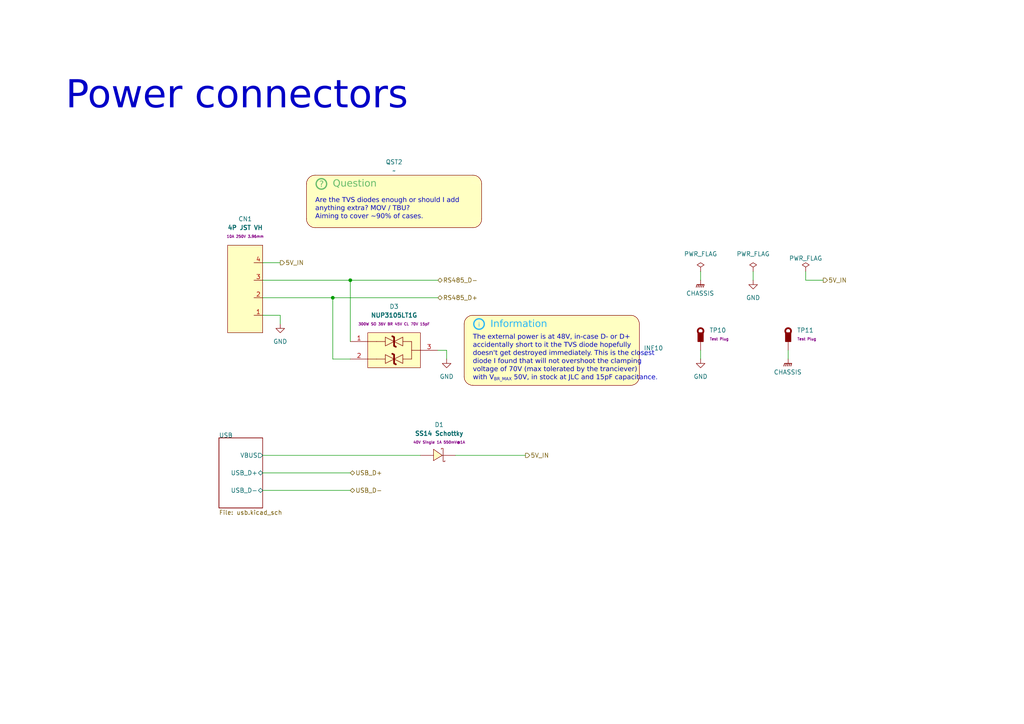
<source format=kicad_sch>
(kicad_sch (version 20231120) (generator "eeschema") (generator_version "8.0")
  (paper "A4")
  (title_block (title "AstraControl - Root") (date "2024-08-26") (rev "A") (company "LiveAstra Technologies"))
  (lib_symbols
    (symbol "LiveAstra:CHASSIS" (power) (pin_numbers hide) (pin_names (offset 0) hide)
      (property "Value" "CHASSIS" (at 0 -3.302 0))
      (symbol "CHASSIS_0_1"
        (polyline (pts (xy 0 -1.27) (xy 0 0)))
        (polyline (pts (xy -1.016 -1.27) (xy -1.27 -2.032) (xy -1.27 -2.032)) (stroke (width 0.2032)))
        (polyline (pts (xy -0.508 -1.27) (xy -0.762 -2.032) (xy -0.762 -2.032)) (stroke (width 0.2032)))
        (polyline (pts (xy 0 -1.27) (xy -0.254 -2.032) (xy -0.254 -2.032)) (stroke (width 0.2032)))
        (polyline (pts (xy 0.508 -1.27) (xy 0.254 -2.032) (xy 0.254 -2.032)) (stroke (width 0.2032)))
        (polyline (pts (xy 1.016 -1.27) (xy -1.016 -1.27) (xy -1.016 -1.27)) (stroke (width 0.2032)))
        (polyline (pts (xy 1.016 -1.27) (xy 0.762 -2.032) (xy 0.762 -2.032) (xy 0.762 -2.032)) (stroke (width 0.2032)))
      )
      (symbol "CHASSIS_1_1"
        (pin power_in line (at 0 0 270) (length 0) (name "~") (number "1"))
      )
    )
    (symbol "LiveAstra:D_Schottky_SS14_1A_40V" (pin_numbers hide) (pin_names hide)
      (property "Reference" "D" (at 0 8.89 0))
      (property "Value" "SS14 Schottky" (at 0 6.35 0))
      (property "Extra Values" "40V Single 1A 550mV@1A" (at 0 3.81 0))
      (symbol "D_Schottky_SS14_1A_40V_0_1"
        (polyline (pts (xy 1.27 1.52) (xy -1.27 0) (xy 1.27 -1.78) (xy 1.27 1.52)) (fill (type background)))
        (polyline (pts (xy -2.03 1.52) (xy -2.03 1.78) (xy -1.52 1.78) (xy -1.52 -2.03) (xy -1.02 -2.03) (xy -1.02 -1.78)))
      )
      (symbol "D_Schottky_SS14_1A_40V_1_1"
        (pin passive line (at -5.08 0 0) (length 3.81) (name "K") (number "1"))
        (pin passive line (at 5.08 0 180) (length 3.81) (name "A") (number "2"))
      )
    )
    (symbol "LiveAstra:D_TVS_NUP3105LT1G_BIDI_ARRAY_300W" (pin_names hide)
      (property "Reference" "D" (at 0 11.43 0))
      (property "Value" "NUP3105LT1G" (at 0 8.89 0))
      (property "Extra Values" "300W SO 36V BR 45V CL 70V 15pF" (at 0 6.35 0))
      (symbol "D_TVS_NUP3105LT1G_BIDI_ARRAY_300W_0_1"
        (polyline (pts (xy -7.62 -2.54) (xy -5.08 -2.54)))
        (polyline (pts (xy -7.62 2.54) (xy -5.08 2.54)))
        (polyline (pts (xy -2.54 -2.54) (xy -5.08 -2.54)))
        (polyline (pts (xy -2.54 2.54) (xy -5.08 2.54)))
        (polyline (pts (xy 5.08 -2.54) (xy 2.54 -2.54)))
        (polyline (pts (xy 5.08 0) (xy 7.62 0)))
        (polyline (pts (xy 5.08 2.54) (xy 2.54 2.54)))
        (polyline (pts (xy 5.08 2.54) (xy 5.08 -2.54)))
        (polyline (pts (xy -2.54 -1.27) (xy 0 -2.54) (xy -2.54 -3.81) (xy -2.54 -1.27)) (fill (type background)))
        (polyline (pts (xy -2.54 3.81) (xy 0 2.54) (xy -2.54 1.27) (xy -2.54 3.81)) (fill (type background)))
        (polyline (pts (xy 2.54 -1.27) (xy 0 -2.54) (xy 2.54 -3.81) (xy 2.54 -1.27)) (fill (type background)))
        (polyline (pts (xy 2.54 3.81) (xy 0 2.54) (xy 2.54 1.27) (xy 2.54 3.81)) (fill (type background)))
        (polyline (pts (xy -7.62 5.08) (xy 7.62 5.08) (xy 7.62 -5.08) (xy -7.62 -5.08) (xy -7.62 5.08)) (fill (type background)))
      )
      (symbol "D_TVS_NUP3105LT1G_BIDI_ARRAY_300W_1_1"
        (polyline (pts (xy -0.51 -1.02) (xy -0.51 -1.02) (xy 0 -1.27) (xy 0 -3.81) (xy 0.51 -4.06) (xy 0.51 -4.06)) (stroke (width 0.508)))
        (polyline (pts (xy -0.51 4.06) (xy -0.51 4.06) (xy 0 3.81) (xy 0 1.27) (xy 0.51 1.02) (xy 0.51 1.02)) (stroke (width 0.508)))
        (pin passive line (at -12.7 2.54 0) (length 5.08) (name "1") (number "1"))
        (pin passive line (at -12.7 -2.54 0) (length 5.08) (name "2") (number "2"))
        (pin power_in line (at 12.7 0 180) (length 5.08) (name "3") (number "3"))
      )
    )
    (symbol "LiveAstra:Information_Box_XL" (pin_numbers hide) (pin_names (offset 0) hide) (exclude_from_sim yes) (in_bom no) (on_board no)
      (property "Reference" "INF" (at 0 10.16 0))
      (symbol "Information_Box_XL_1_1"
        (arc (start -25.3998 -10.1598) (mid -24.6559 -11.9559) (end -22.8598 -12.6998) (fill (type background)))
        (rectangle (start -25.4 5.08) (end 25.4 -10.16) (stroke (width -0.0001)) (fill (type background)))
        (arc (start -22.86 7.62) (mid -24.6561 6.8761) (end -25.4 5.08) (fill (type background)))
        (rectangle (start -22.86 7.62) (end 22.86 -12.7) (stroke (width -0.0001)) (fill (type background)))
        (rectangle (start -22.86 7.62) (end 22.86 -7.62) (stroke (width -0.0001)) (fill (type background)))
        (circle (center -21.082 5.08) (radius 1.524) (stroke (width 0.381) (color 41 182 246 1)))
        (polyline (pts (xy -25.4 5.08) (xy -25.4 -10.16)))
        (polyline (pts (xy -22.86 -12.7) (xy 22.86 -12.7)))
        (polyline (pts (xy 22.86 7.62) (xy -22.86 7.62)))
        (polyline (pts (xy 25.4 -10.16) (xy 25.4 5.08)))
        (arc (start 22.86 -12.7) (mid 24.6561 -11.9561) (end 25.4 -10.16) (fill (type background)))
        (arc (start 25.4 5.08) (mid 24.6561 6.8761) (end 22.86 7.62) (fill (type background)))
        (text "i" (at -21.0726 4.8456 0) (effects (font (size 1.27 1.27))))
        (text "Information" (at -17.78 5.08 0) (effects (font (size 2.032 2.032)) (justify left)))
      )
    )
    (symbol "LiveAstra:JST_VH_4PIN_10A_250V" (pin_names hide)
      (property "Reference" "CN" (at 0 19.05 0))
      (property "Value" "4P JST VH" (at 0 16.51 0))
      (property "Extra Values" "10A 250V 3.96mm" (at 0 13.97 0))
      (symbol "JST_VH_4PIN_10A_250V_0_1"
        (rectangle (start -5.08 12.7) (end 5.08 -12.7) (fill (type background)))
      )
      (symbol "JST_VH_4PIN_10A_250V_1_1"
        (pin passive line (at -5.08 7.62 0) (length 2.54) (name "1") (number "1"))
        (pin passive line (at -5.08 2.54 0) (length 2.54) (name "2") (number "2"))
        (pin passive line (at -5.08 -2.54 0) (length 2.54) (name "3") (number "3"))
        (pin passive line (at -5.08 -7.62 0) (length 2.54) (name "4") (number "4"))
      )
    )
    (symbol "LiveAstra:Question_Box" (pin_numbers hide) (pin_names (offset 0) hide) (exclude_from_sim yes) (in_bom no) (on_board no)
      (property "Reference" "QST" (at 0 10.16 0))
      (symbol "Question_Box_1_1"
        (arc (start -25.3998 -5.0798) (mid -24.6559 -6.8759) (end -22.8598 -7.6198) (fill (type background)))
        (rectangle (start -25.4 5.08) (end 25.4 -5.08) (stroke (width -0.0001)) (fill (type background)))
        (arc (start -22.86 7.62) (mid -24.6561 6.8761) (end -25.4 5.08) (fill (type background)))
        (rectangle (start -22.86 7.62) (end 22.86 -7.62) (stroke (width -0.0001)) (fill (type background)))
        (circle (center -21.082 5.08) (radius 1.524) (stroke (width 0.381) (color 102 187 106 1)))
        (polyline (pts (xy -25.4 5.08) (xy -25.4 -5.08)))
        (polyline (pts (xy -22.86 -7.62) (xy 22.86 -7.62)))
        (polyline (pts (xy 22.86 7.62) (xy -22.86 7.62)))
        (polyline (pts (xy 25.4 -5.08) (xy 25.4 5.08)))
        (arc (start 22.86 -7.62) (mid 24.6561 -6.8761) (end 25.4 -5.08) (fill (type background)))
        (arc (start 25.4 5.08) (mid 24.6561 6.8761) (end 22.86 7.62) (fill (type background)))
        (text "?" (at -21.0329 4.9503 0) (effects (font (size 1.778 1.778))))
        (text "Question" (at -17.78 6.35 0) (effects (font (size 2.032 2.032)) (justify left top)))
      )
    )
    (symbol "LiveAstra:TestPoint_Thimble" (pin_numbers hide) (pin_names hide) (in_bom no)
      (property "Reference" "TP" (at 0 9.5043 0))
      (property "Extra Values" "Test Plug" (at 0 7.62 0))
      (symbol "TestPoint_Thimble_1_1"
        (rectangle (start -0.762 5.08) (end 0.762 2.54) (stroke (width 0.254)) (fill (type outline)))
        (arc (start 0.508 4.9323) (mid 0 6.4175) (end -0.508 4.9323) (stroke (width 0.508)))
        (pin passive line (at 0 0 90) (length 2.54) (name "1") (number "1"))
      )
    )
    (symbol "power:GND" (power) (pin_numbers hide) (pin_names (offset 0) hide)
      (property "Value" "GND" (at 0 -3.81 0))
      (symbol "GND_0_1"
        (polyline (pts (xy 0 0) (xy 0 -1.27) (xy 1.27 -1.27) (xy 0 -2.54) (xy -1.27 -1.27) (xy 0 -1.27)))
      )
      (symbol "GND_1_1"
        (pin power_in line (at 0 0 270) (length 0) (name "~") (number "1"))
      )
    )
    (symbol "power:PWR_FLAG" (power) (pin_numbers hide) (pin_names (offset 0) hide)
      (property "Value" "PWR_FLAG" (at 0 3.81 0))
      (symbol "PWR_FLAG_0_0"
        (pin power_out line (at 0 0 90) (length 0) (name "~") (number "1"))
      )
      (symbol "PWR_FLAG_0_1"
        (polyline (pts (xy 0 0) (xy 0 1.27) (xy -1.016 1.905) (xy 0 2.54) (xy 1.016 1.905) (xy 0 1.27)))
      )
    )
  )
  (junction (at 96.52 86.36))
  (junction (at 101.6 81.28))
  (wire (pts (xy 233.68 81.28) (xy 233.68 78.74)))
  (wire (pts (xy 132.08 132.08) (xy 152.4 132.08)))
  (wire (pts (xy 129.54 101.6) (xy 127 101.6)))
  (wire (pts (xy 76.2 137.16) (xy 101.6 137.16)))
  (wire (pts (xy 81.28 91.44) (xy 81.28 93.98)))
  (wire (pts (xy 238.76 81.28) (xy 233.68 81.28)))
  (wire (pts (xy 218.44 78.74) (xy 218.44 81.28)))
  (wire (pts (xy 96.52 104.14) (xy 101.6 104.14)))
  (wire (pts (xy 228.6 104.14) (xy 228.6 101.6)))
  (wire (pts (xy 76.2 132.08) (xy 121.92 132.08)))
  (wire (pts (xy 96.52 86.36) (xy 127 86.36)))
  (wire (pts (xy 203.2 78.74) (xy 203.2 81.28)))
  (wire (pts (xy 101.6 81.28) (xy 101.6 99.06)))
  (wire (pts (xy 203.2 104.14) (xy 203.2 101.6)))
  (wire (pts (xy 76.2 76.2) (xy 81.28 76.2)))
  (wire (pts (xy 76.2 91.44) (xy 81.28 91.44)))
  (wire (pts (xy 101.6 81.28) (xy 127 81.28)))
  (wire (pts (xy 76.2 86.36) (xy 96.52 86.36)))
  (wire (pts (xy 129.54 101.6) (xy 129.54 104.14)))
  (wire (pts (xy 76.2 142.24) (xy 101.6 142.24)))
  (wire (pts (xy 96.52 86.36) (xy 96.52 104.14)))
  (wire (pts (xy 76.2 81.28) (xy 101.6 81.28)))
  (text "Power connectors" (at 19.05 25.4 0) (effects (font (size 8 8)) (justify left top)))
  (text "The external power is at 48V, in-case D- or D+ \naccidentally short to it the TVS diode hopefully\ndoesn't get destroyed immediately. This is the closest\ndiode I found that will not overshoot the clamping \nvoltage of 70V (max tolerated by the tranciever) \nwith V_{BR_MAX} 50V, in stock at JLC and 15pF capacitance." (at 137.16 104.14 0) (effects (font (size 1.397 1.397)) (justify left)))
  (text "Are the TVS diodes enough or should I add\nanything extra? MOV / TBU? \nAiming to cover ~90% of cases." (at 91.44 60.96 0) (effects (font (size 1.397 1.397)) (justify left)))
  (hierarchical_label "RS485_D+" (shape bidirectional) (at 127 86.36 0))
  (hierarchical_label "USB_D-" (shape bidirectional) (at 101.6 142.24 0))
  (hierarchical_label "RS485_D-" (shape bidirectional) (at 127 81.28 0))
  (hierarchical_label "5V_IN" (shape output) (at 81.28 76.2 0))
  (hierarchical_label "USB_D+" (shape bidirectional) (at 101.6 137.16 0))
  (hierarchical_label "5V_IN" (shape output) (at 152.4 132.08 0))
  (hierarchical_label "5V_IN" (shape output) (at 238.76 81.28 0))
  (symbol (lib_id "LiveAstra:D_TVS_NUP3105LT1G_BIDI_ARRAY_300W") (at 114.3 101.6 0) (unit 1)
    (property "Reference" "D3" (at 114.3 88.9 0))
    (property "Value" "NUP3105LT1G" (at 114.3 91.44 0) (effects (font (bold yes))))
    (property "Footprint" "LiveAstra:TVS_NUP3105LT1G_36V" (effects (hide yes)))
    (property "Datasheet" "https://jlcpcb.com/partdetail/Born-BNUP3105LT1G/C5344577" (effects (hide yes)))
    (property "Description" "TVS Diode Array" (effects (hide yes)))
    (property "LCSC Part" "C2931121" (effects (hide yes)))
    (property "Extra Values" "300W SO 36V BR 45V CL 70V 15pF" (at 114.3 93.98 0) (effects (font (size 0.762 0.762) (bold yes))))
  )
  (symbol (lib_id "power:PWR_FLAG") (at 218.44 78.74 0) (unit 1)
    (property "Reference" "#FLG03" (effects (hide yes)))
    (property "Value" "PWR_FLAG" (at 218.44 73.66 0))
    (property "Description" "Special symbol for telling ERC where power comes from" (effects (hide yes)))
  )
  (symbol (lib_id "power:GND") (at 203.2 104.14 0) (unit 1)
    (property "Reference" "#PWR034" (effects (hide yes)))
    (property "Value" "GND" (at 203.2 109.22 0))
    (property "Description" "Power symbol creates a global label with name \"GND\" , ground" (effects (hide yes)))
  )
  (symbol (lib_id "LiveAstra:Information_Box_XL") (at 160.02 99.06 0) (unit 1) (exclude_from_sim yes) (in_bom no) (on_board no)
    (property "Reference" "INF10" (at 186.69 100.9649 0) (effects (justify left)))
    (property "Value" "~" (at 186.69 102.87 0) (effects (justify left)))
  )
  (symbol (lib_id "LiveAstra:TestPoint_Thimble") (at 203.2 101.6 0) (unit 1) (in_bom no)
    (property "Reference" "TP10" (at 205.74 95.7876 0) (effects (justify left)))
    (property "Value" "TestPoint_Thimble" (effects (hide yes)))
    (property "Footprint" "LiveAstra:TestPoint_Loop_D3.50mm_Drill0.9mm_Beaded" (effects (hide yes)))
    (property "LCSC Part" "C5277086" (effects (hide yes)))
    (property "Extra Values" "Test Plug" (at 205.74 98.3276 0) (effects (font (size 0.762 0.762) (bold yes)) (justify left)))
  )
  (symbol (lib_id "LiveAstra:Question_Box") (at 114.3 58.42 0) (unit 1) (exclude_from_sim yes) (in_bom no) (on_board no)
    (property "Reference" "QST2" (at 114.3 46.99 0))
    (property "Value" "~" (at 114.3 49.53 0))
  )
  (symbol (lib_id "LiveAstra:JST_VH_4PIN_10A_250V") (at 71.12 83.82 180) (unit 1)
    (property "Reference" "CN1" (at 71.12 63.5 0))
    (property "Value" "4P JST VH" (at 71.12 66.04 0) (effects (font (bold yes))))
    (property "Footprint" "LiveAstra:JST_VH_B4P-VH-B_1x04_P3.96mm_Vertical" (effects (hide yes)))
    (property "Datasheet" "https://lcsc.com/product-detail/_JST_B4P-VH-LF-SN_B4P-VH-LF-SN_C160317.html" (effects (hide yes)))
    (property "Description" "VH CONNECTOR 3.96mm pitch/Disconnectable Crimp style connectors" (effects (hide yes)))
    (property "LCSC Part" "C160317" (effects (hide yes)))
    (property "Extra Values" "10A 250V 3.96mm" (at 71.12 68.58 0) (effects (font (size 0.762 0.762) (bold yes))))
  )
  (symbol (lib_id "power:GND") (at 218.44 81.28 0) (unit 1)
    (property "Reference" "#PWR035" (effects (hide yes)))
    (property "Value" "GND" (at 218.44 86.36 0))
    (property "Description" "Power symbol creates a global label with name \"GND\" , ground" (effects (hide yes)))
  )
  (symbol (lib_id "LiveAstra:CHASSIS") (at 203.2 81.28 0) (unit 1)
    (property "Reference" "#PWR033" (effects (hide yes)))
    (property "Value" "CHASSIS" (at 203.073 85.09 0))
    (property "Description" "Power symbol creates a global label with name \"CHASSIS\" , global ground" (effects (hide yes)))
  )
  (symbol (lib_id "power:GND") (at 81.28 93.98 0) (unit 1)
    (property "Reference" "#PWR030" (effects (hide yes)))
    (property "Value" "GND" (at 81.28 99.06 0))
    (property "Description" "Power symbol creates a global label with name \"GND\" , ground" (effects (hide yes)))
  )
  (symbol (lib_id "LiveAstra:CHASSIS") (at 228.6 104.14 0) (unit 1)
    (property "Reference" "#PWR036" (effects (hide yes)))
    (property "Value" "CHASSIS" (at 228.473 107.95 0))
    (property "Description" "Power symbol creates a global label with name \"CHASSIS\" , global ground" (effects (hide yes)))
  )
  (symbol (lib_id "power:PWR_FLAG") (at 203.2 78.74 0) (unit 1)
    (property "Reference" "#FLG02" (effects (hide yes)))
    (property "Value" "PWR_FLAG" (at 203.2 73.66 0))
    (property "Description" "Special symbol for telling ERC where power comes from" (effects (hide yes)))
  )
  (symbol (lib_id "power:PWR_FLAG") (at 233.68 78.74 0) (unit 1)
    (property "Reference" "#FLG04" (effects (hide yes)))
    (property "Value" "PWR_FLAG" (at 233.68 74.93 0))
    (property "Description" "Special symbol for telling ERC where power comes from" (effects (hide yes)))
  )
  (symbol (lib_id "LiveAstra:D_Schottky_SS14_1A_40V") (at 127 132.08 180) (unit 1)
    (property "Reference" "D1" (at 127.38 123.19 0))
    (property "Value" "SS14 Schottky" (at 127.38 125.73 0) (effects (font (bold yes))))
    (property "Footprint" "LiveAstra:D_SMA_SS14_C2480" (effects (hide yes)))
    (property "Datasheet" "https://lcsc.com/product-detail/Schottky-Barrier-Diodes-SBD_SS14_C2480.html" (effects (hide yes)))
    (property "Description" "Schottky Barrier Diode" (effects (hide yes)))
    (property "LCSC Part" "C2480" (effects (hide yes)))
    (property "Extra Values" "40V Single 1A 550mV@1A" (at 127.38 128.27 0) (effects (font (size 0.762 0.762) (bold yes))))
  )
  (symbol (lib_id "power:GND") (at 129.54 104.14 0) (unit 1)
    (property "Reference" "#PWR032" (effects (hide yes)))
    (property "Value" "GND" (at 129.54 109.22 0))
    (property "Description" "Power symbol creates a global label with name \"GND\" , ground" (effects (hide yes)))
  )
  (symbol (lib_id "LiveAstra:TestPoint_Thimble") (at 228.6 101.6 0) (unit 1) (in_bom no)
    (property "Reference" "TP11" (at 231.14 95.7876 0) (effects (justify left)))
    (property "Value" "TestPoint_Thimble" (effects (hide yes)))
    (property "Footprint" "LiveAstra:TestPoint_Loop_D3.50mm_Drill0.9mm_Beaded" (effects (hide yes)))
    (property "LCSC Part" "C5277086" (effects (hide yes)))
    (property "Extra Values" "Test Plug" (at 231.14 98.3276 0) (effects (font (size 0.762 0.762) (bold yes)) (justify left)))
  )
  (sheet (at 63.5 127) (size 12.7 20.32) (stroke (width 0.1524))
    (property "Sheetname" "USB" (at 63.5 127 0) (effects (justify left bottom)))
    (property "Sheetfile" "usb.kicad_sch" (at 63.5 147.9046 0) (effects (justify left top)))
    (pin "VBUS" output (at 76.2 132.08 0))
    (pin "USB_D-" bidirectional (at 76.2 142.24 0))
    (pin "USB_D+" bidirectional (at 76.2 137.16 0))
  )
)
</source>
